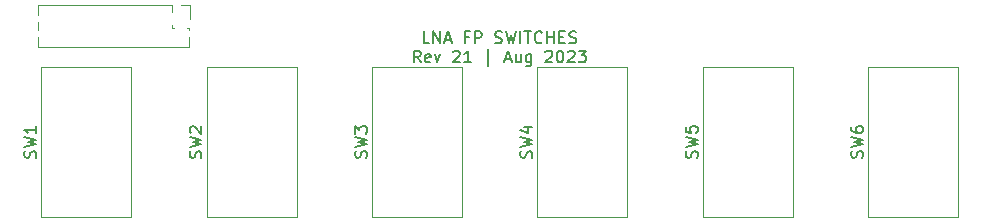
<source format=gto>
%TF.GenerationSoftware,KiCad,Pcbnew,(6.0.11)*%
%TF.CreationDate,2023-08-12T22:25:01-04:00*%
%TF.ProjectId,FP_SW_rev_21,46505f53-575f-4726-9576-5f32312e6b69,rev?*%
%TF.SameCoordinates,Original*%
%TF.FileFunction,Legend,Top*%
%TF.FilePolarity,Positive*%
%FSLAX46Y46*%
G04 Gerber Fmt 4.6, Leading zero omitted, Abs format (unit mm)*
G04 Created by KiCad (PCBNEW (6.0.11)) date 2023-08-12 22:25:01*
%MOMM*%
%LPD*%
G01*
G04 APERTURE LIST*
%ADD10C,0.150000*%
%ADD11C,0.120000*%
%ADD12R,1.000000X1.000000*%
%ADD13O,1.000000X1.000000*%
%ADD14O,3.500000X2.500000*%
G04 APERTURE END LIST*
D10*
X144047619Y-91647380D02*
X143571428Y-91647380D01*
X143571428Y-90647380D01*
X144380952Y-91647380D02*
X144380952Y-90647380D01*
X144952380Y-91647380D01*
X144952380Y-90647380D01*
X145380952Y-91361666D02*
X145857142Y-91361666D01*
X145285714Y-91647380D02*
X145619047Y-90647380D01*
X145952380Y-91647380D01*
X147380952Y-91123571D02*
X147047619Y-91123571D01*
X147047619Y-91647380D02*
X147047619Y-90647380D01*
X147523809Y-90647380D01*
X147904761Y-91647380D02*
X147904761Y-90647380D01*
X148285714Y-90647380D01*
X148380952Y-90695000D01*
X148428571Y-90742619D01*
X148476190Y-90837857D01*
X148476190Y-90980714D01*
X148428571Y-91075952D01*
X148380952Y-91123571D01*
X148285714Y-91171190D01*
X147904761Y-91171190D01*
X149619047Y-91599761D02*
X149761904Y-91647380D01*
X150000000Y-91647380D01*
X150095238Y-91599761D01*
X150142857Y-91552142D01*
X150190476Y-91456904D01*
X150190476Y-91361666D01*
X150142857Y-91266428D01*
X150095238Y-91218809D01*
X150000000Y-91171190D01*
X149809523Y-91123571D01*
X149714285Y-91075952D01*
X149666666Y-91028333D01*
X149619047Y-90933095D01*
X149619047Y-90837857D01*
X149666666Y-90742619D01*
X149714285Y-90695000D01*
X149809523Y-90647380D01*
X150047619Y-90647380D01*
X150190476Y-90695000D01*
X150523809Y-90647380D02*
X150761904Y-91647380D01*
X150952380Y-90933095D01*
X151142857Y-91647380D01*
X151380952Y-90647380D01*
X151761904Y-91647380D02*
X151761904Y-90647380D01*
X152095238Y-90647380D02*
X152666666Y-90647380D01*
X152380952Y-91647380D02*
X152380952Y-90647380D01*
X153571428Y-91552142D02*
X153523809Y-91599761D01*
X153380952Y-91647380D01*
X153285714Y-91647380D01*
X153142857Y-91599761D01*
X153047619Y-91504523D01*
X153000000Y-91409285D01*
X152952380Y-91218809D01*
X152952380Y-91075952D01*
X153000000Y-90885476D01*
X153047619Y-90790238D01*
X153142857Y-90695000D01*
X153285714Y-90647380D01*
X153380952Y-90647380D01*
X153523809Y-90695000D01*
X153571428Y-90742619D01*
X154000000Y-91647380D02*
X154000000Y-90647380D01*
X154000000Y-91123571D02*
X154571428Y-91123571D01*
X154571428Y-91647380D02*
X154571428Y-90647380D01*
X155047619Y-91123571D02*
X155380952Y-91123571D01*
X155523809Y-91647380D02*
X155047619Y-91647380D01*
X155047619Y-90647380D01*
X155523809Y-90647380D01*
X155904761Y-91599761D02*
X156047619Y-91647380D01*
X156285714Y-91647380D01*
X156380952Y-91599761D01*
X156428571Y-91552142D01*
X156476190Y-91456904D01*
X156476190Y-91361666D01*
X156428571Y-91266428D01*
X156380952Y-91218809D01*
X156285714Y-91171190D01*
X156095238Y-91123571D01*
X156000000Y-91075952D01*
X155952380Y-91028333D01*
X155904761Y-90933095D01*
X155904761Y-90837857D01*
X155952380Y-90742619D01*
X156000000Y-90695000D01*
X156095238Y-90647380D01*
X156333333Y-90647380D01*
X156476190Y-90695000D01*
X143309523Y-93257380D02*
X142976190Y-92781190D01*
X142738095Y-93257380D02*
X142738095Y-92257380D01*
X143119047Y-92257380D01*
X143214285Y-92305000D01*
X143261904Y-92352619D01*
X143309523Y-92447857D01*
X143309523Y-92590714D01*
X143261904Y-92685952D01*
X143214285Y-92733571D01*
X143119047Y-92781190D01*
X142738095Y-92781190D01*
X144119047Y-93209761D02*
X144023809Y-93257380D01*
X143833333Y-93257380D01*
X143738095Y-93209761D01*
X143690476Y-93114523D01*
X143690476Y-92733571D01*
X143738095Y-92638333D01*
X143833333Y-92590714D01*
X144023809Y-92590714D01*
X144119047Y-92638333D01*
X144166666Y-92733571D01*
X144166666Y-92828809D01*
X143690476Y-92924047D01*
X144500000Y-92590714D02*
X144738095Y-93257380D01*
X144976190Y-92590714D01*
X146071428Y-92352619D02*
X146119047Y-92305000D01*
X146214285Y-92257380D01*
X146452380Y-92257380D01*
X146547619Y-92305000D01*
X146595238Y-92352619D01*
X146642857Y-92447857D01*
X146642857Y-92543095D01*
X146595238Y-92685952D01*
X146023809Y-93257380D01*
X146642857Y-93257380D01*
X147595238Y-93257380D02*
X147023809Y-93257380D01*
X147309523Y-93257380D02*
X147309523Y-92257380D01*
X147214285Y-92400238D01*
X147119047Y-92495476D01*
X147023809Y-92543095D01*
X149023809Y-93590714D02*
X149023809Y-92162142D01*
X150452380Y-92971666D02*
X150928571Y-92971666D01*
X150357142Y-93257380D02*
X150690476Y-92257380D01*
X151023809Y-93257380D01*
X151785714Y-92590714D02*
X151785714Y-93257380D01*
X151357142Y-92590714D02*
X151357142Y-93114523D01*
X151404761Y-93209761D01*
X151500000Y-93257380D01*
X151642857Y-93257380D01*
X151738095Y-93209761D01*
X151785714Y-93162142D01*
X152690476Y-92590714D02*
X152690476Y-93400238D01*
X152642857Y-93495476D01*
X152595238Y-93543095D01*
X152500000Y-93590714D01*
X152357142Y-93590714D01*
X152261904Y-93543095D01*
X152690476Y-93209761D02*
X152595238Y-93257380D01*
X152404761Y-93257380D01*
X152309523Y-93209761D01*
X152261904Y-93162142D01*
X152214285Y-93066904D01*
X152214285Y-92781190D01*
X152261904Y-92685952D01*
X152309523Y-92638333D01*
X152404761Y-92590714D01*
X152595238Y-92590714D01*
X152690476Y-92638333D01*
X153880952Y-92352619D02*
X153928571Y-92305000D01*
X154023809Y-92257380D01*
X154261904Y-92257380D01*
X154357142Y-92305000D01*
X154404761Y-92352619D01*
X154452380Y-92447857D01*
X154452380Y-92543095D01*
X154404761Y-92685952D01*
X153833333Y-93257380D01*
X154452380Y-93257380D01*
X155071428Y-92257380D02*
X155166666Y-92257380D01*
X155261904Y-92305000D01*
X155309523Y-92352619D01*
X155357142Y-92447857D01*
X155404761Y-92638333D01*
X155404761Y-92876428D01*
X155357142Y-93066904D01*
X155309523Y-93162142D01*
X155261904Y-93209761D01*
X155166666Y-93257380D01*
X155071428Y-93257380D01*
X154976190Y-93209761D01*
X154928571Y-93162142D01*
X154880952Y-93066904D01*
X154833333Y-92876428D01*
X154833333Y-92638333D01*
X154880952Y-92447857D01*
X154928571Y-92352619D01*
X154976190Y-92305000D01*
X155071428Y-92257380D01*
X155785714Y-92352619D02*
X155833333Y-92305000D01*
X155928571Y-92257380D01*
X156166666Y-92257380D01*
X156261904Y-92305000D01*
X156309523Y-92352619D01*
X156357142Y-92447857D01*
X156357142Y-92543095D01*
X156309523Y-92685952D01*
X155738095Y-93257380D01*
X156357142Y-93257380D01*
X156690476Y-92257380D02*
X157309523Y-92257380D01*
X156976190Y-92638333D01*
X157119047Y-92638333D01*
X157214285Y-92685952D01*
X157261904Y-92733571D01*
X157309523Y-92828809D01*
X157309523Y-93066904D01*
X157261904Y-93162142D01*
X157214285Y-93209761D01*
X157119047Y-93257380D01*
X156833333Y-93257380D01*
X156738095Y-93209761D01*
X156690476Y-93162142D01*
%TO.C,SW5*%
X166704761Y-101333333D02*
X166752380Y-101190476D01*
X166752380Y-100952380D01*
X166704761Y-100857142D01*
X166657142Y-100809523D01*
X166561904Y-100761904D01*
X166466666Y-100761904D01*
X166371428Y-100809523D01*
X166323809Y-100857142D01*
X166276190Y-100952380D01*
X166228571Y-101142857D01*
X166180952Y-101238095D01*
X166133333Y-101285714D01*
X166038095Y-101333333D01*
X165942857Y-101333333D01*
X165847619Y-101285714D01*
X165800000Y-101238095D01*
X165752380Y-101142857D01*
X165752380Y-100904761D01*
X165800000Y-100761904D01*
X165752380Y-100428571D02*
X166752380Y-100190476D01*
X166038095Y-100000000D01*
X166752380Y-99809523D01*
X165752380Y-99571428D01*
X165752380Y-98714285D02*
X165752380Y-99190476D01*
X166228571Y-99238095D01*
X166180952Y-99190476D01*
X166133333Y-99095238D01*
X166133333Y-98857142D01*
X166180952Y-98761904D01*
X166228571Y-98714285D01*
X166323809Y-98666666D01*
X166561904Y-98666666D01*
X166657142Y-98714285D01*
X166704761Y-98761904D01*
X166752380Y-98857142D01*
X166752380Y-99095238D01*
X166704761Y-99190476D01*
X166657142Y-99238095D01*
%TO.C,SW1*%
X110704761Y-101333333D02*
X110752380Y-101190476D01*
X110752380Y-100952380D01*
X110704761Y-100857142D01*
X110657142Y-100809523D01*
X110561904Y-100761904D01*
X110466666Y-100761904D01*
X110371428Y-100809523D01*
X110323809Y-100857142D01*
X110276190Y-100952380D01*
X110228571Y-101142857D01*
X110180952Y-101238095D01*
X110133333Y-101285714D01*
X110038095Y-101333333D01*
X109942857Y-101333333D01*
X109847619Y-101285714D01*
X109800000Y-101238095D01*
X109752380Y-101142857D01*
X109752380Y-100904761D01*
X109800000Y-100761904D01*
X109752380Y-100428571D02*
X110752380Y-100190476D01*
X110038095Y-100000000D01*
X110752380Y-99809523D01*
X109752380Y-99571428D01*
X110752380Y-98666666D02*
X110752380Y-99238095D01*
X110752380Y-98952380D02*
X109752380Y-98952380D01*
X109895238Y-99047619D01*
X109990476Y-99142857D01*
X110038095Y-99238095D01*
%TO.C,SW2*%
X124704761Y-101333333D02*
X124752380Y-101190476D01*
X124752380Y-100952380D01*
X124704761Y-100857142D01*
X124657142Y-100809523D01*
X124561904Y-100761904D01*
X124466666Y-100761904D01*
X124371428Y-100809523D01*
X124323809Y-100857142D01*
X124276190Y-100952380D01*
X124228571Y-101142857D01*
X124180952Y-101238095D01*
X124133333Y-101285714D01*
X124038095Y-101333333D01*
X123942857Y-101333333D01*
X123847619Y-101285714D01*
X123800000Y-101238095D01*
X123752380Y-101142857D01*
X123752380Y-100904761D01*
X123800000Y-100761904D01*
X123752380Y-100428571D02*
X124752380Y-100190476D01*
X124038095Y-100000000D01*
X124752380Y-99809523D01*
X123752380Y-99571428D01*
X123847619Y-99238095D02*
X123800000Y-99190476D01*
X123752380Y-99095238D01*
X123752380Y-98857142D01*
X123800000Y-98761904D01*
X123847619Y-98714285D01*
X123942857Y-98666666D01*
X124038095Y-98666666D01*
X124180952Y-98714285D01*
X124752380Y-99285714D01*
X124752380Y-98666666D01*
%TO.C,SW6*%
X180704761Y-101333333D02*
X180752380Y-101190476D01*
X180752380Y-100952380D01*
X180704761Y-100857142D01*
X180657142Y-100809523D01*
X180561904Y-100761904D01*
X180466666Y-100761904D01*
X180371428Y-100809523D01*
X180323809Y-100857142D01*
X180276190Y-100952380D01*
X180228571Y-101142857D01*
X180180952Y-101238095D01*
X180133333Y-101285714D01*
X180038095Y-101333333D01*
X179942857Y-101333333D01*
X179847619Y-101285714D01*
X179800000Y-101238095D01*
X179752380Y-101142857D01*
X179752380Y-100904761D01*
X179800000Y-100761904D01*
X179752380Y-100428571D02*
X180752380Y-100190476D01*
X180038095Y-100000000D01*
X180752380Y-99809523D01*
X179752380Y-99571428D01*
X179752380Y-98761904D02*
X179752380Y-98952380D01*
X179800000Y-99047619D01*
X179847619Y-99095238D01*
X179990476Y-99190476D01*
X180180952Y-99238095D01*
X180561904Y-99238095D01*
X180657142Y-99190476D01*
X180704761Y-99142857D01*
X180752380Y-99047619D01*
X180752380Y-98857142D01*
X180704761Y-98761904D01*
X180657142Y-98714285D01*
X180561904Y-98666666D01*
X180323809Y-98666666D01*
X180228571Y-98714285D01*
X180180952Y-98761904D01*
X180133333Y-98857142D01*
X180133333Y-99047619D01*
X180180952Y-99142857D01*
X180228571Y-99190476D01*
X180323809Y-99238095D01*
%TO.C,SW3*%
X138704761Y-101333333D02*
X138752380Y-101190476D01*
X138752380Y-100952380D01*
X138704761Y-100857142D01*
X138657142Y-100809523D01*
X138561904Y-100761904D01*
X138466666Y-100761904D01*
X138371428Y-100809523D01*
X138323809Y-100857142D01*
X138276190Y-100952380D01*
X138228571Y-101142857D01*
X138180952Y-101238095D01*
X138133333Y-101285714D01*
X138038095Y-101333333D01*
X137942857Y-101333333D01*
X137847619Y-101285714D01*
X137800000Y-101238095D01*
X137752380Y-101142857D01*
X137752380Y-100904761D01*
X137800000Y-100761904D01*
X137752380Y-100428571D02*
X138752380Y-100190476D01*
X138038095Y-100000000D01*
X138752380Y-99809523D01*
X137752380Y-99571428D01*
X137752380Y-99285714D02*
X137752380Y-98666666D01*
X138133333Y-99000000D01*
X138133333Y-98857142D01*
X138180952Y-98761904D01*
X138228571Y-98714285D01*
X138323809Y-98666666D01*
X138561904Y-98666666D01*
X138657142Y-98714285D01*
X138704761Y-98761904D01*
X138752380Y-98857142D01*
X138752380Y-99142857D01*
X138704761Y-99238095D01*
X138657142Y-99285714D01*
%TO.C,SW4*%
X152704761Y-101333333D02*
X152752380Y-101190476D01*
X152752380Y-100952380D01*
X152704761Y-100857142D01*
X152657142Y-100809523D01*
X152561904Y-100761904D01*
X152466666Y-100761904D01*
X152371428Y-100809523D01*
X152323809Y-100857142D01*
X152276190Y-100952380D01*
X152228571Y-101142857D01*
X152180952Y-101238095D01*
X152133333Y-101285714D01*
X152038095Y-101333333D01*
X151942857Y-101333333D01*
X151847619Y-101285714D01*
X151800000Y-101238095D01*
X151752380Y-101142857D01*
X151752380Y-100904761D01*
X151800000Y-100761904D01*
X151752380Y-100428571D02*
X152752380Y-100190476D01*
X152038095Y-100000000D01*
X152752380Y-99809523D01*
X151752380Y-99571428D01*
X152085714Y-98761904D02*
X152752380Y-98761904D01*
X151704761Y-99000000D02*
X152419047Y-99238095D01*
X152419047Y-98619047D01*
D11*
%TO.C,J1*%
X123695000Y-90335000D02*
X123695000Y-90537470D01*
X123760000Y-88445000D02*
X123760000Y-89575000D01*
X123695000Y-91152530D02*
X123695000Y-91975000D01*
X110875000Y-91152530D02*
X110875000Y-91975000D01*
X110875000Y-89882530D02*
X110875000Y-90537470D01*
X123563471Y-90335000D02*
X123695000Y-90335000D01*
X122293471Y-90335000D02*
X122436529Y-90335000D01*
X122240000Y-88445000D02*
X110875000Y-88445000D01*
X123000000Y-88445000D02*
X123760000Y-88445000D01*
X110875000Y-88445000D02*
X110875000Y-89267470D01*
X122240000Y-90138471D02*
X122240000Y-90281529D01*
X123695000Y-91975000D02*
X110875000Y-91975000D01*
X122240000Y-88445000D02*
X122240000Y-89011529D01*
%TO.C,SW5*%
X167190000Y-93650000D02*
X167190000Y-106350000D01*
X174810000Y-93650000D02*
X167190000Y-93650000D01*
X174810000Y-106350000D02*
X174810000Y-93650000D01*
X167190000Y-106350000D02*
X174810000Y-106350000D01*
%TO.C,SW1*%
X111190000Y-106350000D02*
X118810000Y-106350000D01*
X118810000Y-93650000D02*
X111190000Y-93650000D01*
X111190000Y-93650000D02*
X111190000Y-106350000D01*
X118810000Y-106350000D02*
X118810000Y-93650000D01*
%TO.C,SW2*%
X132810000Y-93650000D02*
X125190000Y-93650000D01*
X125190000Y-106350000D02*
X132810000Y-106350000D01*
X132810000Y-106350000D02*
X132810000Y-93650000D01*
X125190000Y-93650000D02*
X125190000Y-106350000D01*
%TO.C,SW6*%
X188810000Y-93650000D02*
X181190000Y-93650000D01*
X181190000Y-93650000D02*
X181190000Y-106350000D01*
X181190000Y-106350000D02*
X188810000Y-106350000D01*
X188810000Y-106350000D02*
X188810000Y-93650000D01*
%TO.C,SW3*%
X146810000Y-93650000D02*
X139190000Y-93650000D01*
X139190000Y-106350000D02*
X146810000Y-106350000D01*
X139190000Y-93650000D02*
X139190000Y-106350000D01*
X146810000Y-106350000D02*
X146810000Y-93650000D01*
%TO.C,SW4*%
X160810000Y-106350000D02*
X160810000Y-93650000D01*
X160810000Y-93650000D02*
X153190000Y-93650000D01*
X153190000Y-106350000D02*
X160810000Y-106350000D01*
X153190000Y-93650000D02*
X153190000Y-106350000D01*
%TD*%
%LPC*%
D12*
%TO.C,J1*%
X123000000Y-89575000D03*
D13*
X123000000Y-90845000D03*
X121730000Y-89575000D03*
X121730000Y-90845000D03*
X120460000Y-89575000D03*
X120460000Y-90845000D03*
X119190000Y-89575000D03*
X119190000Y-90845000D03*
X117920000Y-89575000D03*
X117920000Y-90845000D03*
X116650000Y-89575000D03*
X116650000Y-90845000D03*
X115380000Y-89575000D03*
X115380000Y-90845000D03*
X114110000Y-89575000D03*
X114110000Y-90845000D03*
X112840000Y-89575000D03*
X112840000Y-90845000D03*
X111570000Y-89575000D03*
X111570000Y-90845000D03*
%TD*%
D14*
%TO.C,SW5*%
X171000000Y-104700000D03*
X171000000Y-100000000D03*
X171000000Y-95300000D03*
%TD*%
%TO.C,SW1*%
X115000000Y-104700000D03*
X115000000Y-100000000D03*
X115000000Y-95300000D03*
%TD*%
%TO.C,SW2*%
X129000000Y-104700000D03*
X129000000Y-100000000D03*
X129000000Y-95300000D03*
%TD*%
%TO.C,SW6*%
X185000000Y-104700000D03*
X185000000Y-100000000D03*
X185000000Y-95300000D03*
%TD*%
%TO.C,SW3*%
X143000000Y-104700000D03*
X143000000Y-100000000D03*
X143000000Y-95300000D03*
%TD*%
%TO.C,SW4*%
X157000000Y-104700000D03*
X157000000Y-100000000D03*
X157000000Y-95300000D03*
%TD*%
M02*

</source>
